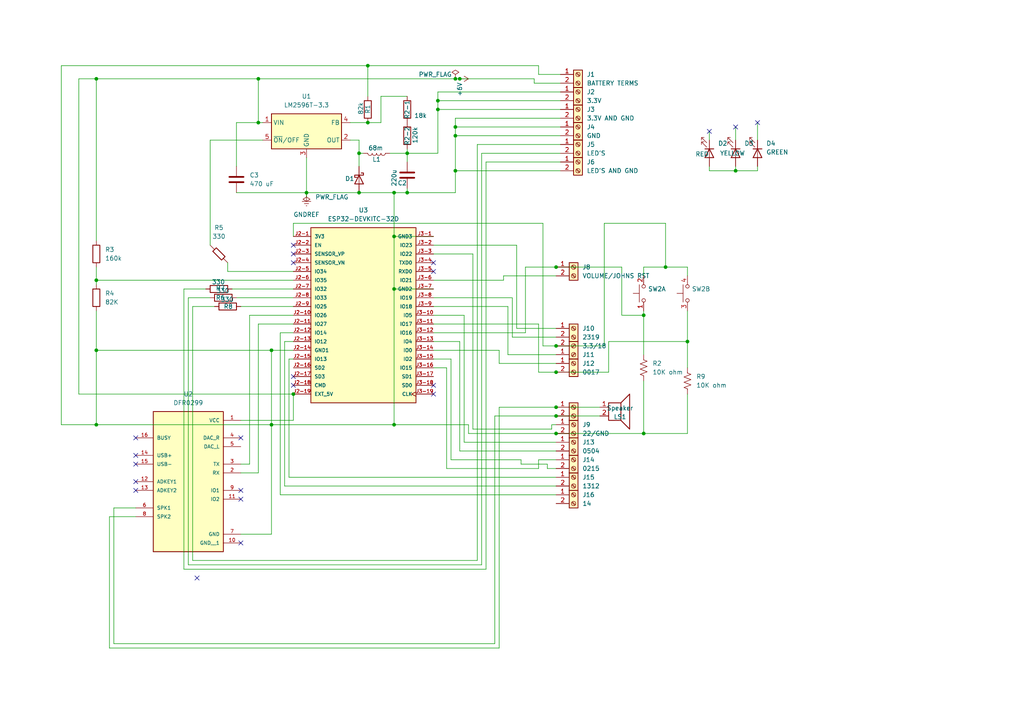
<source format=kicad_sch>
(kicad_sch (version 20231120) (generator "eeschema") (generator_version "8.0")
  (paper "A4")
  (lib_symbols
    (symbol "Connector:Screw_Terminal_01x02" (pin_names (offset 1.016) hide)
      (property "Reference" "J" (at 0 2.54 0))
      (property "Value" "Screw_Terminal_01x02" (at 0 -5.08 0))
      (symbol "Screw_Terminal_01x02_1_1"
        (rectangle (start -1.27 1.27) (end 1.27 -3.81) (stroke (width 0.254)) (fill (type background)))
        (circle (center 0 -2.54) (radius 0.635) (stroke (width 0.1524)))
        (polyline (pts (xy -0.5334 -2.2098) (xy 0.3302 -3.048)) (stroke (width 0.1524)))
        (polyline (pts (xy -0.5334 0.3302) (xy 0.3302 -0.508)) (stroke (width 0.1524)))
        (polyline (pts (xy -0.3556 -2.032) (xy 0.508 -2.8702)) (stroke (width 0.1524)))
        (polyline (pts (xy -0.3556 0.508) (xy 0.508 -0.3302)) (stroke (width 0.1524)))
        (circle (center 0 0) (radius 0.635) (stroke (width 0.1524)))
        (pin passive line (at -5.08 0 0) (length 3.81) (name "Pin_1") (number "1"))
        (pin passive line (at -5.08 -2.54 0) (length 3.81) (name "Pin_2") (number "2"))
      )
    )
    (symbol "DFR0299:DFR0299" (pin_names (offset 1.016))
      (property "Reference" "U" (at -10.16 18.542 0))
      (property "Value" "DFR0299" (at -10.16 -25.4 0))
      (symbol "DFR0299_0_0"
        (rectangle (start -10.16 -22.86) (end 10.16 17.78) (stroke (width 0.254)) (fill (type background)))
        (pin power_in line (at 15.24 15.24 180) (length 5.08) (name "VCC") (number "1"))
        (pin power_in line (at 15.24 -20.32 180) (length 5.08) (name "GND__1") (number "10"))
        (pin bidirectional line (at 15.24 -7.62 180) (length 5.08) (name "IO2") (number "11"))
        (pin input line (at -15.24 -2.54 0) (length 5.08) (name "ADKEY1") (number "12"))
        (pin input line (at -15.24 -5.08 0) (length 5.08) (name "ADKEY2") (number "13"))
        (pin input line (at -15.24 5.08 0) (length 5.08) (name "USB+") (number "14"))
        (pin input line (at -15.24 2.54 0) (length 5.08) (name "USB-") (number "15"))
        (pin input line (at -15.24 10.16 0) (length 5.08) (name "BUSY") (number "16"))
        (pin input line (at 15.24 0 180) (length 5.08) (name "RX") (number "2"))
        (pin output line (at 15.24 2.54 180) (length 5.08) (name "TX") (number "3"))
        (pin output line (at 15.24 10.16 180) (length 5.08) (name "DAC_R") (number "4"))
        (pin output line (at 15.24 7.62 180) (length 5.08) (name "DAC_L") (number "5"))
        (pin passive line (at -15.24 -10.16 0) (length 5.08) (name "SPK1") (number "6"))
        (pin power_in line (at 15.24 -17.78 180) (length 5.08) (name "GND") (number "7"))
        (pin passive line (at -15.24 -12.7 0) (length 5.08) (name "SPK2") (number "8"))
        (pin bidirectional line (at 15.24 -5.08 180) (length 5.08) (name "IO1") (number "9"))
      )
    )
    (symbol "Device:C" (pin_numbers hide) (pin_names (offset 0.254))
      (property "Reference" "C" (at 0.635 2.54 0))
      (property "Value" "C" (at 0.635 -2.54 0))
      (symbol "C_0_1"
        (polyline (pts (xy -2.032 -0.762) (xy 2.032 -0.762)) (stroke (width 0.508)))
        (polyline (pts (xy -2.032 0.762) (xy 2.032 0.762)) (stroke (width 0.508)))
      )
      (symbol "C_1_1"
        (pin passive line (at 0 3.81 270) (length 2.794) (name "~") (number "1"))
        (pin passive line (at 0 -3.81 90) (length 2.794) (name "~") (number "2"))
      )
    )
    (symbol "Device:D_Schottky" (pin_numbers hide) (pin_names (offset 1.016) hide)
      (property "Reference" "D" (at 0 2.54 0))
      (property "Value" "D_Schottky" (at 0 -2.54 0))
      (symbol "D_Schottky_0_1"
        (polyline (pts (xy 1.27 0) (xy -1.27 0)))
        (polyline (pts (xy 1.27 1.27) (xy 1.27 -1.27) (xy -1.27 0) (xy 1.27 1.27)) (stroke (width 0.254)))
        (polyline (pts (xy -1.905 0.635) (xy -1.905 1.27) (xy -1.27 1.27) (xy -1.27 -1.27) (xy -0.635 -1.27) (xy -0.635 -0.635)) (stroke (width 0.254)))
      )
      (symbol "D_Schottky_1_1"
        (pin passive line (at -3.81 0 0) (length 2.54) (name "K") (number "1"))
        (pin passive line (at 3.81 0 180) (length 2.54) (name "A") (number "2"))
      )
    )
    (symbol "Device:L" (pin_numbers hide) (pin_names (offset 1.016) hide)
      (property "Reference" "L" (at -1.27 0 90))
      (property "Value" "L" (at 1.905 0 90))
      (symbol "L_0_1"
        (arc (start 0 -2.54) (mid 0.6323 -1.905) (end 0 -1.27))
        (arc (start 0 -1.27) (mid 0.6323 -0.635) (end 0 0))
        (arc (start 0 0) (mid 0.6323 0.635) (end 0 1.27))
        (arc (start 0 1.27) (mid 0.6323 1.905) (end 0 2.54))
      )
      (symbol "L_1_1"
        (pin passive line (at 0 3.81 270) (length 1.27) (name "1") (number "1"))
        (pin passive line (at 0 -3.81 90) (length 1.27) (name "2") (number "2"))
      )
    )
    (symbol "Device:LED" (pin_numbers hide) (pin_names (offset 1.016) hide)
      (property "Reference" "D" (at 0 2.54 0))
      (property "Value" "LED" (at 0 -2.54 0))
      (symbol "LED_0_1"
        (polyline (pts (xy -1.27 -1.27) (xy -1.27 1.27)) (stroke (width 0.254)))
        (polyline (pts (xy -1.27 0) (xy 1.27 0)))
        (polyline (pts (xy 1.27 -1.27) (xy 1.27 1.27) (xy -1.27 0) (xy 1.27 -1.27)) (stroke (width 0.254)))
        (polyline (pts (xy -3.048 -0.762) (xy -4.572 -2.286) (xy -3.81 -2.286) (xy -4.572 -2.286) (xy -4.572 -1.524)))
        (polyline (pts (xy -1.778 -0.762) (xy -3.302 -2.286) (xy -2.54 -2.286) (xy -3.302 -2.286) (xy -3.302 -1.524)))
      )
      (symbol "LED_1_1"
        (pin passive line (at -3.81 0 0) (length 2.54) (name "K") (number "1"))
        (pin passive line (at 3.81 0 180) (length 2.54) (name "A") (number "2"))
      )
    )
    (symbol "Device:R" (pin_numbers hide) (pin_names (offset 0))
      (property "Reference" "R" (at 2.032 0 90))
      (property "Value" "R" (at 0 0 90))
      (symbol "R_0_1"
        (rectangle (start -1.016 -2.54) (end 1.016 2.54) (stroke (width 0.254)))
      )
      (symbol "R_1_1"
        (pin passive line (at 0 3.81 270) (length 1.27) (name "~") (number "1"))
        (pin passive line (at 0 -3.81 90) (length 1.27) (name "~") (number "2"))
      )
    )
    (symbol "Device:R_45deg" (pin_numbers hide) (pin_names (offset 0))
      (property "Reference" "R" (at 5.08 2.54 0))
      (property "Value" "R_45deg" (at 8.255 0.635 0))
      (symbol "R_45deg_0_1"
        (polyline (pts (xy -2.54 2.54) (xy -1.27 1.27)))
        (polyline (pts (xy 1.27 -1.27) (xy 2.54 -2.54)))
      )
      (symbol "R_45deg_1_1"
        (polyline (pts (xy -1.778 0.762) (xy 0.762 -1.778) (xy 1.778 -0.762) (xy -0.762 1.778) (xy -1.778 0.762)) (stroke (width 0.254)))
        (pin passive line (at -2.54 2.54 0) (length 0) (name "~") (number "1"))
        (pin passive line (at 2.54 -2.54 180) (length 0) (name "~") (number "2"))
      )
    )
    (symbol "Device:R_US" (pin_numbers hide) (pin_names (offset 0))
      (property "Reference" "R" (at 2.54 0 90))
      (property "Value" "R_US" (at -2.54 0 90))
      (symbol "R_US_0_1"
        (polyline (pts (xy 0 -2.286) (xy 0 -2.54)))
        (polyline (pts (xy 0 2.286) (xy 0 2.54)))
        (polyline (pts (xy 0 -0.762) (xy 1.016 -1.143) (xy 0 -1.524) (xy -1.016 -1.905) (xy 0 -2.286)))
        (polyline (pts (xy 0 0.762) (xy 1.016 0.381) (xy 0 0) (xy -1.016 -0.381) (xy 0 -0.762)))
        (polyline (pts (xy 0 2.286) (xy 1.016 1.905) (xy 0 1.524) (xy -1.016 1.143) (xy 0 0.762)))
      )
      (symbol "R_US_1_1"
        (pin passive line (at 0 3.81 270) (length 1.27) (name "~") (number "1"))
        (pin passive line (at 0 -3.81 90) (length 1.27) (name "~") (number "2"))
      )
    )
    (symbol "Device:Speaker" (pin_names (offset 0) hide)
      (property "Reference" "LS" (at 1.27 5.715 0))
      (property "Value" "Speaker" (at 1.27 3.81 0))
      (symbol "Speaker_0_0"
        (rectangle (start -2.54 1.27) (end 1.016 -3.81) (stroke (width 0.254)))
        (polyline (pts (xy 1.016 1.27) (xy 3.556 3.81) (xy 3.556 -6.35) (xy 1.016 -3.81)) (stroke (width 0.254)))
      )
      (symbol "Speaker_1_1"
        (pin input line (at -5.08 0 0) (length 2.54) (name "1") (number "1"))
        (pin input line (at -5.08 -2.54 0) (length 2.54) (name "2") (number "2"))
      )
    )
    (symbol "ESP32-DEVKITC-32D_1" (pin_names (offset 1.016))
      (property "Reference" "U" (at -15.2572 26.0643 0))
      (property "Value" "ESP32-DEVKITC-32D" (at -15.2563 -27.9698 0))
      (symbol "ESP32-DEVKITC-32D_1_0_0"
        (rectangle (start -15.24 -25.4) (end 15.24 25.4) (stroke (width 0.254)) (fill (type background)))
        (pin power_in line (at -20.32 22.86 0) (length 5.08) (name "3V3") (number "J2-1"))
        (pin bidirectional line (at -20.32 0 0) (length 5.08) (name "IO26") (number "J2-10"))
        (pin bidirectional line (at -20.32 -2.54 0) (length 5.08) (name "IO27") (number "J2-11"))
        (pin bidirectional line (at -20.32 -5.08 0) (length 5.08) (name "IO14") (number "J2-12"))
        (pin bidirectional line (at -20.32 -7.62 0) (length 5.08) (name "IO12") (number "J2-13"))
        (pin power_in line (at -20.32 -10.16 0) (length 5.08) (name "GND1") (number "J2-14"))
        (pin bidirectional line (at -20.32 -12.7 0) (length 5.08) (name "IO13") (number "J2-15"))
        (pin bidirectional line (at -20.32 -15.24 0) (length 5.08) (name "SD2") (number "J2-16"))
        (pin bidirectional line (at -20.32 -17.78 0) (length 5.08) (name "SD3") (number "J2-17"))
        (pin bidirectional line (at -20.32 -20.32 0) (length 5.08) (name "CMD") (number "J2-18"))
        (pin power_in line (at -20.32 -22.86 0) (length 5.08) (name "EXT_5V") (number "J2-19"))
        (pin input line (at -20.32 20.32 0) (length 5.08) (name "EN") (number "J2-2"))
        (pin input line (at -20.32 17.78 0) (length 5.08) (name "SENSOR_VP") (number "J2-3"))
        (pin input line (at -20.32 15.24 0) (length 5.08) (name "SENSOR_VN") (number "J2-4"))
        (pin bidirectional line (at -20.32 12.7 0) (length 5.08) (name "IO34") (number "J2-5"))
        (pin bidirectional line (at -20.32 10.16 0) (length 5.08) (name "IO35") (number "J2-6"))
        (pin bidirectional line (at -20.32 7.62 0) (length 5.08) (name "IO32") (number "J2-7"))
        (pin bidirectional line (at -20.32 5.08 0) (length 5.08) (name "IO33") (number "J2-8"))
        (pin bidirectional line (at -20.32 2.54 0) (length 5.08) (name "IO25") (number "J2-9"))
        (pin power_in line (at 20.32 22.86 180) (length 5.08) (name "GND3") (number "J3-1"))
        (pin bidirectional line (at 20.32 0 180) (length 5.08) (name "IO5") (number "J3-10"))
        (pin bidirectional line (at 20.32 -2.54 180) (length 5.08) (name "IO17") (number "J3-11"))
        (pin bidirectional line (at 20.32 -5.08 180) (length 5.08) (name "IO16") (number "J3-12"))
        (pin bidirectional line (at 20.32 -7.62 180) (length 5.08) (name "IO4") (number "J3-13"))
        (pin bidirectional line (at 20.32 -10.16 180) (length 5.08) (name "IO0") (number "J3-14"))
        (pin bidirectional line (at 20.32 -12.7 180) (length 5.08) (name "IO2") (number "J3-15"))
        (pin bidirectional line (at 20.32 -15.24 180) (length 5.08) (name "IO15") (number "J3-16"))
        (pin bidirectional line (at 20.32 -17.78 180) (length 5.08) (name "SD1") (number "J3-17"))
        (pin bidirectional line (at 20.32 -20.32 180) (length 5.08) (name "SD0") (number "J3-18"))
        (pin input clock (at 20.32 -22.86 180) (length 5.08) (name "CLK") (number "J3-19"))
        (pin bidirectional line (at 20.32 20.32 180) (length 5.08) (name "IO23") (number "J3-2"))
        (pin bidirectional line (at 20.32 17.78 180) (length 5.08) (name "IO22") (number "J3-3"))
        (pin output line (at 20.32 15.24 180) (length 5.08) (name "TXD0") (number "J3-4"))
        (pin input line (at 20.32 12.7 180) (length 5.08) (name "RXD0") (number "J3-5"))
        (pin bidirectional line (at 20.32 10.16 180) (length 5.08) (name "IO21") (number "J3-6"))
        (pin power_in line (at 20.32 7.62 180) (length 5.08) (name "GND2") (number "J3-7"))
        (pin bidirectional line (at 20.32 5.08 180) (length 5.08) (name "IO19") (number "J3-8"))
        (pin bidirectional line (at 20.32 2.54 180) (length 5.08) (name "IO18") (number "J3-9"))
      )
    )
    (symbol "Regulator_Switching:LM2596T-3.3"
      (property "Reference" "U" (at -10.16 6.35 0))
      (property "Value" "LM2596T-3.3" (at 0 6.35 0))
      (symbol "LM2596T-3.3_0_1"
        (rectangle (start -10.16 5.08) (end 10.16 -5.08) (stroke (width 0.254)) (fill (type background)))
      )
      (symbol "LM2596T-3.3_1_1"
        (pin power_in line (at -12.7 2.54 0) (length 2.54) (name "VIN") (number "1"))
        (pin output line (at 12.7 -2.54 180) (length 2.54) (name "OUT") (number "2"))
        (pin power_in line (at 0 -7.62 90) (length 2.54) (name "GND") (number "3"))
        (pin input line (at 12.7 2.54 180) (length 2.54) (name "FB") (number "4"))
        (pin input line (at -12.7 -2.54 0) (length 2.54) (name "~{ON}/OFF") (number "5"))
      )
    )
    (symbol "Switch:SW_Push_Dual_x2" (pin_names (offset 1.016) hide)
      (property "Reference" "SW" (at 1.27 2.54 0))
      (property "Value" "SW_Push_Dual_x2" (at 0 -1.524 0))
      (symbol "SW_Push_Dual_x2_0_1"
        (circle (center -2.032 0) (radius 0.508))
        (polyline (pts (xy 0 1.27) (xy 0 3.048)))
        (polyline (pts (xy 2.54 1.27) (xy -2.54 1.27)))
        (circle (center 2.032 0) (radius 0.508))
      )
      (symbol "SW_Push_Dual_x2_1_1"
        (pin passive line (at -5.08 0 0) (length 2.54) (name "C") (number "1"))
        (pin passive line (at 5.08 0 180) (length 2.54) (name "D") (number "2"))
      )
      (symbol "SW_Push_Dual_x2_2_1"
        (pin passive line (at -5.08 0 0) (length 2.54) (name "C") (number "3"))
        (pin passive line (at 5.08 0 180) (length 2.54) (name "D") (number "4"))
      )
    )
    (symbol "power:+6V" (power) (pin_numbers hide) (pin_names (offset 0) hide)
      (property "Value" "+6V" (at 0 3.556 0))
      (symbol "+6V_0_1"
        (polyline (pts (xy -0.762 1.27) (xy 0 2.54)))
        (polyline (pts (xy 0 0) (xy 0 2.54)))
        (polyline (pts (xy 0 2.54) (xy 0.762 1.27)))
      )
      (symbol "+6V_1_1"
        (pin power_in line (at 0 0 90) (length 0) (name "~") (number "1"))
      )
    )
    (symbol "power:GNDREF" (power) (pin_numbers hide) (pin_names (offset 0) hide)
      (property "Value" "GNDREF" (at 0 -3.81 0))
      (symbol "GNDREF_0_1"
        (polyline (pts (xy -0.635 -1.905) (xy 0.635 -1.905)))
        (polyline (pts (xy -0.127 -2.54) (xy 0.127 -2.54)))
        (polyline (pts (xy 0 -1.27) (xy 0 0)))
        (polyline (pts (xy 1.27 -1.27) (xy -1.27 -1.27)))
      )
      (symbol "GNDREF_1_1"
        (pin power_in line (at 0 0 270) (length 0) (name "~") (number "1"))
      )
    )
    (symbol "power:PWR_FLAG" (power) (pin_numbers hide) (pin_names (offset 0) hide)
      (property "Value" "PWR_FLAG" (at 0 3.81 0))
      (symbol "PWR_FLAG_0_0"
        (pin power_out line (at 0 0 90) (length 0) (name "~") (number "1"))
      )
      (symbol "PWR_FLAG_0_1"
        (polyline (pts (xy 0 0) (xy 0 1.27) (xy -1.016 1.905) (xy 0 2.54) (xy 1.016 1.905) (xy 0 1.27)))
      )
    )
  )
  (junction (at 88.9 55.88))
  (junction (at 132.08 49.53))
  (junction (at 74.93 22.86))
  (junction (at 132.08 22.86))
  (junction (at 186.69 91.44))
  (junction (at 161.29 77.47))
  (junction (at 132.08 36.83))
  (junction (at 193.04 77.47))
  (junction (at 27.94 123.19))
  (junction (at 213.36 49.53))
  (junction (at 114.3 68.58))
  (junction (at 161.29 107.95))
  (junction (at 106.68 19.05))
  (junction (at 161.29 118.11))
  (junction (at 127 31.75))
  (junction (at 118.11 55.88))
  (junction (at 27.94 22.86))
  (junction (at 85.09 114.3))
  (junction (at 114.3 55.88))
  (junction (at 114.3 123.19))
  (junction (at 161.29 100.33))
  (junction (at 78.74 123.19))
  (junction (at 27.94 101.6))
  (junction (at 27.94 81.28))
  (junction (at 127 29.21))
  (junction (at 104.14 55.88))
  (junction (at 199.39 99.06))
  (junction (at 78.74 101.6))
  (junction (at 104.14 44.45))
  (junction (at 106.68 35.56))
  (junction (at 133.35 22.86))
  (junction (at 114.3 83.82))
  (junction (at 161.29 120.65))
  (junction (at 132.08 39.37))
  (junction (at 161.29 125.73))
  (junction (at 118.11 44.45))
  (junction (at 74.93 35.56))
  (junction (at 186.69 125.73))
  (no_connect (at 69.85 127))
  (no_connect (at 125.73 111.76))
  (no_connect (at 85.09 76.2))
  (no_connect (at 219.71 35.56))
  (no_connect (at 39.37 132.08))
  (no_connect (at 85.09 111.76))
  (no_connect (at 125.73 76.2))
  (no_connect (at 85.09 73.66))
  (no_connect (at 39.37 142.24))
  (no_connect (at 57.15 167.64))
  (no_connect (at 205.74 38.1))
  (no_connect (at 39.37 127))
  (no_connect (at 85.09 71.12))
  (no_connect (at 69.85 144.78))
  (no_connect (at 213.36 36.83))
  (no_connect (at 69.85 142.24))
  (no_connect (at 85.09 109.22))
  (no_connect (at 39.37 134.62))
  (no_connect (at 69.85 157.48))
  (no_connect (at 39.37 139.7))
  (no_connect (at 125.73 78.74))
  (no_connect (at 125.73 114.3))
  (wire (pts (xy 175.26 100.33) (xy 175.26 64.77)))
  (wire (pts (xy 176.53 107.95) (xy 161.29 107.95)))
  (wire (pts (xy 186.69 110.49) (xy 186.69 125.73)))
  (wire (pts (xy 27.94 22.86) (xy 27.94 69.85)))
  (wire (pts (xy 132.08 36.83) (xy 162.56 36.83)))
  (wire (pts (xy 33.02 186.69) (xy 143.51 186.69)))
  (wire (pts (xy 85.09 121.92) (xy 85.09 114.3)))
  (wire (pts (xy 114.3 55.88) (xy 118.11 55.88)))
  (wire (pts (xy 82.55 99.06) (xy 85.09 99.06)))
  (wire (pts (xy 132.08 39.37) (xy 162.56 39.37)))
  (wire (pts (xy 31.75 149.86) (xy 31.75 187.96)))
  (wire (pts (xy 69.85 134.62) (xy 72.39 134.62)))
  (wire (pts (xy 147.32 102.87) (xy 161.29 102.87)))
  (wire (pts (xy 140.97 46.99) (xy 162.56 46.99)))
  (wire (pts (xy 33.02 147.32) (xy 33.02 186.69)))
  (wire (pts (xy 186.69 77.47) (xy 193.04 77.47)))
  (wire (pts (xy 148.59 97.79) (xy 161.29 97.79)))
  (wire (pts (xy 55.88 88.9) (xy 62.23 88.9)))
  (wire (pts (xy 69.85 137.16) (xy 74.93 137.16)))
  (wire (pts (xy 154.94 22.86) (xy 154.94 24.13)))
  (wire (pts (xy 110.49 27.94) (xy 110.49 35.56)))
  (wire (pts (xy 27.94 22.86) (xy 74.93 22.86)))
  (wire (pts (xy 132.08 36.83) (xy 132.08 39.37)))
  (wire (pts (xy 143.51 120.65) (xy 143.51 186.69)))
  (wire (pts (xy 114.3 55.88) (xy 114.3 68.58)))
  (wire (pts (xy 146.05 81.28) (xy 146.05 80.01)))
  (wire (pts (xy 148.59 86.36) (xy 148.59 97.79)))
  (wire (pts (xy 138.43 162.56) (xy 55.88 162.56)))
  (wire (pts (xy 114.3 68.58) (xy 114.3 83.82)))
  (wire (pts (xy 144.78 101.6) (xy 144.78 105.41)))
  (wire (pts (xy 17.78 19.05) (xy 17.78 123.19)))
  (wire (pts (xy 199.39 114.3) (xy 199.39 125.73)))
  (wire (pts (xy 135.89 123.19) (xy 135.89 125.73)))
  (wire (pts (xy 132.08 34.29) (xy 132.08 36.83)))
  (wire (pts (xy 161.29 100.33) (xy 175.26 100.33)))
  (wire (pts (xy 114.3 83.82) (xy 125.73 83.82)))
  (wire (pts (xy 31.75 187.96) (xy 144.78 187.96)))
  (wire (pts (xy 129.54 106.68) (xy 125.73 106.68)))
  (wire (pts (xy 132.08 49.53) (xy 132.08 55.88)))
  (wire (pts (xy 205.74 38.1) (xy 205.74 40.64)))
  (wire (pts (xy 74.93 22.86) (xy 74.93 35.56)))
  (wire (pts (xy 82.55 99.06) (xy 82.55 140.97)))
  (wire (pts (xy 160.02 123.19) (xy 161.29 123.19)))
  (wire (pts (xy 139.7 44.45) (xy 162.56 44.45)))
  (wire (pts (xy 156.21 135.89) (xy 156.21 133.35)))
  (wire (pts (xy 129.54 135.89) (xy 156.21 135.89)))
  (wire (pts (xy 161.29 125.73) (xy 186.69 125.73)))
  (wire (pts (xy 162.56 26.67) (xy 127 26.67)))
  (wire (pts (xy 53.34 83.82) (xy 53.34 165.1)))
  (wire (pts (xy 114.3 123.19) (xy 135.89 123.19)))
  (wire (pts (xy 186.69 125.73) (xy 199.39 125.73)))
  (wire (pts (xy 22.86 22.86) (xy 22.86 114.3)))
  (wire (pts (xy 132.08 49.53) (xy 162.56 49.53)))
  (wire (pts (xy 106.68 19.05) (xy 156.21 19.05)))
  (wire (pts (xy 68.58 86.36) (xy 85.09 86.36)))
  (wire (pts (xy 81.28 96.52) (xy 85.09 96.52)))
  (wire (pts (xy 54.61 86.36) (xy 54.61 163.83)))
  (wire (pts (xy 125.73 86.36) (xy 148.59 86.36)))
  (wire (pts (xy 140.97 46.99) (xy 140.97 165.1)))
  (wire (pts (xy 127 29.21) (xy 127 31.75)))
  (wire (pts (xy 88.9 55.88) (xy 104.14 55.88)))
  (wire (pts (xy 135.89 125.73) (xy 161.29 125.73)))
  (wire (pts (xy 152.4 77.47) (xy 152.4 96.52)))
  (wire (pts (xy 114.3 68.58) (xy 125.73 68.58)))
  (wire (pts (xy 176.53 99.06) (xy 199.39 99.06)))
  (wire (pts (xy 199.39 99.06) (xy 199.39 106.68)))
  (wire (pts (xy 213.36 36.83) (xy 213.36 40.64)))
  (wire (pts (xy 152.4 96.52) (xy 125.73 96.52)))
  (wire (pts (xy 60.96 40.64) (xy 76.2 40.64)))
  (wire (pts (xy 53.34 83.82) (xy 59.69 83.82)))
  (wire (pts (xy 161.29 120.65) (xy 173.99 120.65)))
  (wire (pts (xy 127 31.75) (xy 127 44.45)))
  (wire (pts (xy 69.85 88.9) (xy 85.09 88.9)))
  (wire (pts (xy 22.86 22.86) (xy 27.94 22.86)))
  (wire (pts (xy 81.28 143.51) (xy 161.29 143.51)))
  (wire (pts (xy 160.02 124.46) (xy 160.02 123.19)))
  (wire (pts (xy 85.09 64.77) (xy 157.48 64.77)))
  (wire (pts (xy 113.03 44.45) (xy 118.11 44.45)))
  (wire (pts (xy 157.48 100.33) (xy 161.29 100.33)))
  (wire (pts (xy 156.21 21.59) (xy 162.56 21.59)))
  (wire (pts (xy 27.94 77.47) (xy 27.94 81.28)))
  (wire (pts (xy 82.55 140.97) (xy 161.29 140.97)))
  (wire (pts (xy 219.71 48.26) (xy 219.71 49.53)))
  (wire (pts (xy 219.71 49.53) (xy 213.36 49.53)))
  (wire (pts (xy 146.05 80.01) (xy 161.29 80.01)))
  (wire (pts (xy 151.13 134.62) (xy 158.75 134.62)))
  (wire (pts (xy 74.93 93.98) (xy 85.09 93.98)))
  (wire (pts (xy 27.94 123.19) (xy 78.74 123.19)))
  (wire (pts (xy 149.86 71.12) (xy 149.86 95.25)))
  (wire (pts (xy 125.73 71.12) (xy 149.86 71.12)))
  (wire (pts (xy 54.61 86.36) (xy 60.96 86.36)))
  (wire (pts (xy 156.21 93.98) (xy 156.21 107.95)))
  (wire (pts (xy 213.36 49.53) (xy 205.74 49.53)))
  (wire (pts (xy 175.26 64.77) (xy 193.04 64.77)))
  (wire (pts (xy 186.69 91.44) (xy 186.69 102.87)))
  (wire (pts (xy 118.11 55.88) (xy 132.08 55.88)))
  (wire (pts (xy 118.11 46.99) (xy 118.11 44.45)))
  (wire (pts (xy 125.73 91.44) (xy 134.62 91.44)))
  (wire (pts (xy 39.37 147.32) (xy 33.02 147.32)))
  (wire (pts (xy 144.78 118.11) (xy 144.78 187.96)))
  (wire (pts (xy 137.16 124.46) (xy 160.02 124.46)))
  (wire (pts (xy 85.09 101.6) (xy 78.74 101.6)))
  (wire (pts (xy 104.14 40.64) (xy 101.6 40.64)))
  (wire (pts (xy 74.93 93.98) (xy 74.93 137.16)))
  (wire (pts (xy 78.74 154.94) (xy 78.74 123.19)))
  (wire (pts (xy 186.69 90.17) (xy 186.69 91.44)))
  (wire (pts (xy 104.14 40.64) (xy 104.14 44.45)))
  (wire (pts (xy 78.74 123.19) (xy 78.74 101.6)))
  (wire (pts (xy 133.35 22.86) (xy 154.94 22.86)))
  (wire (pts (xy 180.34 91.44) (xy 180.34 77.47)))
  (wire (pts (xy 199.39 90.17) (xy 199.39 99.06)))
  (wire (pts (xy 67.31 83.82) (xy 85.09 83.82)))
  (wire (pts (xy 88.9 45.72) (xy 88.9 55.88)))
  (wire (pts (xy 129.54 135.89) (xy 129.54 106.68)))
  (wire (pts (xy 161.29 107.95) (xy 156.21 107.95)))
  (wire (pts (xy 118.11 44.45) (xy 127 44.45)))
  (wire (pts (xy 104.14 55.88) (xy 114.3 55.88)))
  (wire (pts (xy 219.71 35.56) (xy 219.71 40.64)))
  (wire (pts (xy 133.35 130.81) (xy 133.35 99.06)))
  (wire (pts (xy 22.86 114.3) (xy 85.09 114.3)))
  (wire (pts (xy 149.86 95.25) (xy 161.29 95.25)))
  (wire (pts (xy 118.11 43.18) (xy 118.11 44.45)))
  (wire (pts (xy 158.75 135.89) (xy 161.29 135.89)))
  (wire (pts (xy 106.68 35.56) (xy 110.49 35.56)))
  (wire (pts (xy 125.73 88.9) (xy 147.32 88.9)))
  (wire (pts (xy 156.21 19.05) (xy 156.21 21.59)))
  (wire (pts (xy 138.43 41.91) (xy 138.43 162.56)))
  (wire (pts (xy 134.62 91.44) (xy 134.62 128.27)))
  (wire (pts (xy 27.94 101.6) (xy 27.94 123.19)))
  (wire (pts (xy 118.11 54.61) (xy 118.11 55.88)))
  (wire (pts (xy 60.96 71.12) (xy 60.96 40.64)))
  (wire (pts (xy 139.7 44.45) (xy 139.7 163.83)))
  (wire (pts (xy 156.21 133.35) (xy 161.29 133.35)))
  (wire (pts (xy 144.78 118.11) (xy 161.29 118.11)))
  (wire (pts (xy 186.69 80.01) (xy 186.69 77.47)))
  (wire (pts (xy 17.78 19.05) (xy 106.68 19.05)))
  (wire (pts (xy 127 26.67) (xy 127 29.21)))
  (wire (pts (xy 104.14 44.45) (xy 104.14 48.26)))
  (wire (pts (xy 68.58 55.88) (xy 88.9 55.88)))
  (wire (pts (xy 132.08 34.29) (xy 162.56 34.29)))
  (wire (pts (xy 138.43 41.91) (xy 162.56 41.91)))
  (wire (pts (xy 105.41 44.45) (xy 104.14 44.45)))
  (wire (pts (xy 127 29.21) (xy 162.56 29.21)))
  (wire (pts (xy 27.94 90.17) (xy 27.94 101.6)))
  (wire (pts (xy 125.73 99.06) (xy 133.35 99.06)))
  (wire (pts (xy 78.74 154.94) (xy 69.85 154.94)))
  (wire (pts (xy 66.04 78.74) (xy 66.04 76.2)))
  (wire (pts (xy 27.94 81.28) (xy 27.94 82.55)))
  (wire (pts (xy 133.35 22.86) (xy 132.08 22.86)))
  (wire (pts (xy 152.4 77.47) (xy 161.29 77.47)))
  (wire (pts (xy 53.34 165.1) (xy 140.97 165.1)))
  (wire (pts (xy 154.94 24.13) (xy 162.56 24.13)))
  (wire (pts (xy 125.73 93.98) (xy 156.21 93.98)))
  (wire (pts (xy 161.29 130.81) (xy 133.35 130.81)))
  (wire (pts (xy 85.09 121.92) (xy 69.85 121.92)))
  (wire (pts (xy 88.9 57.15) (xy 88.9 55.88)))
  (wire (pts (xy 76.2 35.56) (xy 74.93 35.56)))
  (wire (pts (xy 130.81 133.35) (xy 130.81 104.14)))
  (wire (pts (xy 114.3 83.82) (xy 114.3 123.19)))
  (wire (pts (xy 78.74 123.19) (xy 114.3 123.19)))
  (wire (pts (xy 193.04 64.77) (xy 193.04 77.47)))
  (wire (pts (xy 101.6 35.56) (xy 106.68 35.56)))
  (wire (pts (xy 205.74 49.53) (xy 205.74 48.26)))
  (wire (pts (xy 132.08 39.37) (xy 132.08 49.53)))
  (wire (pts (xy 68.58 35.56) (xy 74.93 35.56)))
  (wire (pts (xy 83.82 104.14) (xy 83.82 138.43)))
  (wire (pts (xy 55.88 88.9) (xy 55.88 162.56)))
  (wire (pts (xy 157.48 64.77) (xy 157.48 100.33)))
  (wire (pts (xy 158.75 134.62) (xy 158.75 135.89)))
  (wire (pts (xy 161.29 120.65) (xy 143.51 120.65)))
  (wire (pts (xy 31.75 149.86) (xy 39.37 149.86)))
  (wire (pts (xy 161.29 77.47) (xy 180.34 77.47)))
  (wire (pts (xy 74.93 22.86) (xy 132.08 22.86)))
  (wire (pts (xy 72.39 91.44) (xy 85.09 91.44)))
  (wire (pts (xy 110.49 27.94) (xy 118.11 27.94)))
  (wire (pts (xy 66.04 78.74) (xy 85.09 78.74)))
  (wire (pts (xy 81.28 143.51) (xy 81.28 96.52)))
  (wire (pts (xy 147.32 88.9) (xy 147.32 102.87)))
  (wire (pts (xy 213.36 48.26) (xy 213.36 49.53)))
  (wire (pts (xy 54.61 163.83) (xy 139.7 163.83)))
  (wire (pts (xy 199.39 77.47) (xy 199.39 80.01)))
  (wire (pts (xy 193.04 77.47) (xy 199.39 77.47)))
  (wire (pts (xy 127 31.75) (xy 162.56 31.75)))
  (wire (pts (xy 176.53 99.06) (xy 176.53 107.95)))
  (wire (pts (xy 27.94 81.28) (xy 85.09 81.28)))
  (wire (pts (xy 72.39 91.44) (xy 72.39 134.62)))
  (wire (pts (xy 144.78 105.41) (xy 161.29 105.41)))
  (wire (pts (xy 78.74 101.6) (xy 27.94 101.6)))
  (wire (pts (xy 125.73 81.28) (xy 146.05 81.28)))
  (wire (pts (xy 137.16 73.66) (xy 137.16 124.46)))
  (wire (pts (xy 125.73 73.66) (xy 137.16 73.66)))
  (wire (pts (xy 151.13 133.35) (xy 151.13 134.62)))
  (wire (pts (xy 125.73 101.6) (xy 144.78 101.6)))
  (wire (pts (xy 180.34 91.44) (xy 186.69 91.44)))
  (wire (pts (xy 106.68 19.05) (xy 106.68 27.94)))
  (wire (pts (xy 161.29 118.11) (xy 173.99 118.11)))
  (wire (pts (xy 130.81 133.35) (xy 151.13 133.35)))
  (wire (pts (xy 85.09 64.77) (xy 85.09 68.58)))
  (wire (pts (xy 17.78 123.19) (xy 27.94 123.19)))
  (wire (pts (xy 68.58 35.56) (xy 68.58 48.26)))
  (wire (pts (xy 134.62 128.27) (xy 161.29 128.27)))
  (wire (pts (xy 125.73 104.14) (xy 130.81 104.14)))
  (wire (pts (xy 83.82 138.43) (xy 161.29 138.43)))
  (wire (pts (xy 83.82 104.14) (xy 85.09 104.14)))
  (symbol (lib_id "Switch:SW_Push_Dual_x2") (at 186.69 85.09 90) (unit 1) (on_board no)
    (property "Reference" "SW2" (at 187.96 83.8199 90) (effects (justify right)))
    (property "Value" "SW_Push_Dual_x2" (effects (hide yes)))
    (property "Description" "Push button switch, generic, separate symbols, four pins" (effects (hide yes)))
  )
  (symbol (lib_id "Device:R_45deg") (at 63.5 73.66 0) (unit 1)
    (property "Reference" "R5" (at 63.5 66.04 0))
    (property "Value" "330" (at 63.5 68.58 0))
    (property "Footprint" "Resistor_THT:R_Axial_DIN0207_L6.3mm_D2.5mm_P7.62mm_Horizontal" (effects (hide yes)))
    (property "Description" "Resistor, rotated by 45°" (effects (hide yes)))
  )
  (symbol (lib_id "power:+6V") (at 133.35 22.86 270) (unit 1)
    (property "Reference" "#PWR01" (effects (hide yes)))
    (property "Value" "+6V" (at 133.35 25.908 0))
    (property "Description" "Power symbol creates a global label with name \"+6V\"" (effects (hide yes)))
  )
  (symbol (lib_id "Device:R_US") (at 186.69 106.68 0) (unit 1) (on_board no)
    (property "Reference" "R2" (at 189.23 105.4099 0) (effects (justify left)))
    (property "Value" "10K ohm" (at 189.23 107.9499 0) (effects (justify left)))
    (property "Description" "Resistor, US symbol" (effects (hide yes)))
  )
  (symbol (lib_id "Device:LED") (at 213.36 44.45 270) (unit 1)
    (property "Reference" "D3" (at 215.9 41.5924 90) (effects (justify left)))
    (property "Value" "YELLOW" (at 208.788 44.45 90) (effects (justify left)))
    (property "Footprint" "LED_THT:LED_D4.0mm" (effects (hide yes)))
    (property "Description" "Light emitting diode" (effects (hide yes)))
  )
  (symbol (lib_id "Switch:SW_Push_Dual_x2") (at 199.39 85.09 90) (unit 2) (on_board no)
    (property "Reference" "SW2" (at 200.66 83.8199 90) (effects (justify right)))
    (property "Value" "SW_Push_Dual_x2" (effects (hide yes)))
    (property "Description" "Push button switch, generic, separate symbols, four pins" (effects (hide yes)))
  )
  (symbol (lib_id "Device:R") (at 118.11 31.75 0) (unit 1)
    (property "Reference" "R2-1" (at 118.11 34.544 90) (effects (justify left)))
    (property "Value" "18k" (at 120.142 33.528 0) (effects (justify left)))
    (property "Footprint" "Resistor_THT:R_Axial_DIN0207_L6.3mm_D2.5mm_P7.62mm_Horizontal" (effects (hide yes)))
    (property "Description" "Resistor" (effects (hide yes)))
    (property "Sim.Device" "R" (effects (hide yes)))
    (property "Sim.Pins" "1=+ 2=-" (effects (hide yes)))
  )
  (symbol (lib_id "Device:Speaker") (at 179.07 118.11 0) (unit 1) (on_board no)
    (property "Reference" "LS1" (at 179.832 120.904 0))
    (property "Value" "Speaker" (at 179.832 118.364 0))
    (property "Description" "Speaker" (effects (hide yes)))
  )
  (symbol (lib_id "Connector:Screw_Terminal_01x02") (at 167.64 41.91 0) (unit 1)
    (property "Reference" "J5" (at 170.18 41.9099 0) (effects (justify left)))
    (property "Value" "LED'S" (at 170.18 44.4499 0) (effects (justify left)))
    (property "Footprint" "TerminalBlock_4Ucon:TerminalBlock_4Ucon_1x02_P3.50mm_Vertical" (effects (hide yes)))
    (property "Description" "Generic screw terminal, single row, 01x02, script generated (kicad-library-utils/schlib/autogen/connector/)" (effects (hide yes)))
  )
  (symbol (lib_id "Device:LED") (at 205.74 44.45 270) (unit 1)
    (property "Reference" "D2" (at 208.28 41.5924 90) (effects (justify left)))
    (property "Value" "RED" (at 201.676 44.704 90) (effects (justify left)))
    (property "Footprint" "LED_THT:LED_D4.0mm" (effects (hide yes)))
    (property "Description" "Light emitting diode" (effects (hide yes)))
  )
  (symbol (lib_id "Connector:Screw_Terminal_01x02") (at 166.37 128.27 0) (unit 1)
    (property "Reference" "J13" (at 168.91 128.2699 0) (effects (justify left)))
    (property "Value" "0504" (at 168.91 130.8099 0) (effects (justify left)))
    (property "Footprint" "TerminalBlock_4Ucon:TerminalBlock_4Ucon_1x02_P3.50mm_Vertical" (effects (hide yes)))
    (property "Description" "Generic screw terminal, single row, 01x02, script generated (kicad-library-utils/schlib/autogen/connector/)" (effects (hide yes)))
  )
  (symbol (lib_id "Connector:Screw_Terminal_01x02") (at 166.37 105.41 0) (unit 1)
    (property "Reference" "J12" (at 168.91 105.4099 0) (effects (justify left)))
    (property "Value" "0017" (at 168.91 107.9499 0) (effects (justify left)))
    (property "Footprint" "TerminalBlock_4Ucon:TerminalBlock_4Ucon_1x02_P3.50mm_Vertical" (effects (hide yes)))
    (property "Description" "Generic screw terminal, single row, 01x02, script generated (kicad-library-utils/schlib/autogen/connector/)" (effects (hide yes)))
  )
  (symbol (lib_id "Connector:Screw_Terminal_01x02") (at 166.37 95.25 0) (unit 1)
    (property "Reference" "J10" (at 168.91 95.2499 0) (effects (justify left)))
    (property "Value" "2319" (at 168.91 97.7899 0) (effects (justify left)))
    (property "Footprint" "TerminalBlock_4Ucon:TerminalBlock_4Ucon_1x02_P3.50mm_Vertical" (effects (hide yes)))
    (property "Description" "Generic screw terminal, single row, 01x02, script generated (kicad-library-utils/schlib/autogen/connector/)" (effects (hide yes)))
  )
  (symbol (lib_id "Connector:Screw_Terminal_01x02") (at 167.64 21.59 0) (unit 1)
    (property "Reference" "J1" (at 170.18 21.5899 0) (effects (justify left)))
    (property "Value" "BATTERY TERMS" (at 170.18 24.1299 0) (effects (justify left)))
    (property "Footprint" "TerminalBlock_4Ucon:TerminalBlock_4Ucon_1x02_P3.50mm_Vertical" (effects (hide yes)))
    (property "Description" "Generic screw terminal, single row, 01x02, script generated (kicad-library-utils/schlib/autogen/connector/)" (effects (hide yes)))
  )
  (symbol (lib_id "Connector:Screw_Terminal_01x02") (at 166.37 123.19 0) (unit 1)
    (property "Reference" "J9" (at 168.91 123.1899 0) (effects (justify left)))
    (property "Value" "22/GND" (at 168.91 125.7299 0) (effects (justify left)))
    (property "Footprint" "TerminalBlock_4Ucon:TerminalBlock_4Ucon_1x02_P3.50mm_Vertical" (effects (hide yes)))
    (property "Description" "Generic screw terminal, single row, 01x02, script generated (kicad-library-utils/schlib/autogen/connector/)" (effects (hide yes)))
  )
  (symbol (lib_id "Connector:Screw_Terminal_01x02") (at 166.37 118.11 0) (unit 1)
    (property "Reference" "J7" (effects (hide yes)))
    (property "Value" "SPEAKER" (effects (hide yes)))
    (property "Footprint" "TerminalBlock_4Ucon:TerminalBlock_4Ucon_1x02_P3.50mm_Vertical" (effects (hide yes)))
    (property "Description" "Generic screw terminal, single row, 01x02, script generated (kicad-library-utils/schlib/autogen/connector/)" (effects (hide yes)))
  )
  (symbol (lib_id "Device:R_US") (at 199.39 110.49 0) (unit 1) (on_board no)
    (property "Reference" "R9" (at 201.93 109.2199 0) (effects (justify left)))
    (property "Value" "10K ohm" (at 201.93 111.7599 0) (effects (justify left)))
    (property "Description" "Resistor, US symbol" (effects (hide yes)))
  )
  (symbol (lib_id "Device:C") (at 68.58 52.07 0) (unit 1)
    (property "Reference" "C3" (at 72.39 50.7999 0) (effects (justify left)))
    (property "Value" "470 uF" (at 72.39 53.3399 0) (effects (justify left)))
    (property "Footprint" "Capacitor_THT:CP_Radial_D10.0mm_P5.00mm" (effects (hide yes)))
    (property "Description" "Unpolarized capacitor" (effects (hide yes)))
  )
  (symbol (lib_id "Connector:Screw_Terminal_01x02") (at 167.64 26.67 0) (unit 1)
    (property "Reference" "J2" (at 170.18 26.6699 0) (effects (justify left)))
    (property "Value" "3.3V" (at 170.18 29.2099 0) (effects (justify left)))
    (property "Footprint" "TerminalBlock_4Ucon:TerminalBlock_4Ucon_1x02_P3.50mm_Vertical" (effects (hide yes)))
    (property "Description" "Generic screw terminal, single row, 01x02, script generated (kicad-library-utils/schlib/autogen/connector/)" (effects (hide yes)))
  )
  (symbol (lib_id "Device:R") (at 66.04 88.9 90) (unit 1)
    (property "Reference" "R8" (at 67.564 88.9 90) (effects (justify left)))
    (property "Value" "330" (at 67.818 86.868 90) (effects (justify left)))
    (property "Footprint" "Resistor_THT:R_Axial_DIN0207_L6.3mm_D2.5mm_P7.62mm_Horizontal" (effects (hide yes)))
    (property "Description" "Resistor" (effects (hide yes)))
  )
  (symbol (lib_id "DFR0299:DFR0299") (at 54.61 137.16 0) (unit 1)
    (property "Reference" "U2" (at 54.61 114.3 0))
    (property "Value" "DFR0299" (at 54.61 116.84 0))
    (property "Footprint" "DFR0299:DFR0299" (effects (hide yes)))
    (property "MF" "DFRobot" (effects (hide yes)))
    (property "DESCRIPTION" "Dfplayer - a Mini Mp3 Player" (effects (hide yes)))
    (property "PACKAGE" "None" (effects (hide yes)))
    (property "PRICE" "None" (effects (hide yes)))
    (property "MP" "DFR0299" (effects (hide yes)))
    (property "AVAILABILITY" "Unavailable" (effects (hide yes)))
  )
  (symbol (lib_id "Device:R") (at 118.11 39.37 0) (unit 1)
    (property "Reference" "R2-2" (at 118.11 42.164 90) (effects (justify left)))
    (property "Value" "120k" (at 120.396 41.656 90) (effects (justify left)))
    (property "Footprint" "Resistor_THT:R_Axial_DIN0207_L6.3mm_D2.5mm_P7.62mm_Horizontal" (effects (hide yes)))
    (property "Description" "Resistor" (effects (hide yes)))
  )
  (symbol (lib_id "Device:R") (at 27.94 86.36 0) (unit 1)
    (property "Reference" "R4" (at 30.48 85.0899 0) (effects (justify left)))
    (property "Value" "82K" (at 30.48 87.6299 0) (effects (justify left)))
    (property "Footprint" "Resistor_THT:R_Axial_DIN0207_L6.3mm_D2.5mm_P7.62mm_Horizontal" (effects (hide yes)))
    (property "Description" "Resistor" (effects (hide yes)))
  )
  (symbol (lib_id "Device:R") (at 64.77 86.36 90) (unit 1)
    (property "Reference" "R6" (at 65.278 86.36 90) (effects (justify left)))
    (property "Value" "330" (at 66.548 84.328 90) (effects (justify left)))
    (property "Footprint" "Resistor_THT:R_Axial_DIN0207_L6.3mm_D2.5mm_P7.62mm_Horizontal" (effects (hide yes)))
    (property "Description" "Resistor" (effects (hide yes)))
  )
  (symbol (lib_id "power:PWR_FLAG") (at 88.9 55.88 180) (unit 1)
    (property "Reference" "#FLG02" (effects (hide yes)))
    (property "Value" "PWR_FLAG" (at 91.44 57.1499 0) (effects (justify right)))
    (property "Description" "Special symbol for telling ERC where power comes from" (effects (hide yes)))
  )
  (symbol (lib_id "power:GNDREF") (at 88.9 57.15 0) (unit 1)
    (property "Reference" "#PWR02" (effects (hide yes)))
    (property "Value" "GNDREF" (at 88.9 62.23 0))
    (property "Description" "Power symbol creates a global label with name \"GNDREF\" , reference supply ground" (effects (hide yes)))
  )
  (symbol (lib_id "Device:L") (at 109.22 44.45 270) (unit 1)
    (property "Reference" "L1" (at 109.22 46.228 90))
    (property "Value" "68m" (at 108.966 42.926 90))
    (property "Footprint" "Inductor_THT:L_Radial_D12.0mm_P6.00mm_Murata_1900R" (effects (hide yes)))
    (property "Description" "Inductor" (effects (hide yes)))
    (property "Sim.Device" "L" (effects (hide yes)))
    (property "Sim.Pins" "1=+ 2=-" (effects (hide yes)))
  )
  (symbol (lib_id "Connector:Screw_Terminal_01x02") (at 166.37 133.35 0) (unit 1)
    (property "Reference" "J14" (at 168.91 133.3499 0) (effects (justify left)))
    (property "Value" "0215" (at 168.91 135.8899 0) (effects (justify left)))
    (property "Footprint" "TerminalBlock_4Ucon:TerminalBlock_4Ucon_1x02_P3.50mm_Vertical" (effects (hide yes)))
    (property "Description" "Generic screw terminal, single row, 01x02, script generated (kicad-library-utils/schlib/autogen/connector/)" (effects (hide yes)))
  )
  (symbol (lib_id "Device:R") (at 106.68 31.75 0) (unit 1)
    (property "Reference" "R1" (at 106.68 33.02 90) (effects (justify left)))
    (property "Value" "82k" (at 104.648 33.274 90) (effects (justify left)))
    (property "Footprint" "Resistor_THT:R_Axial_DIN0207_L6.3mm_D2.5mm_P7.62mm_Horizontal" (effects (hide yes)))
    (property "Description" "Resistor" (effects (hide yes)))
  )
  (symbol (lib_id "Device:C") (at 118.11 50.8 0) (unit 1)
    (property "Reference" "C2" (at 115.316 53.086 0) (effects (justify left)))
    (property "Value" "220u" (at 114.3 54.102 90) (effects (justify left)))
    (property "Footprint" "220UFRadialTHCAP:220uFRadialTHCAP" (effects (hide yes)))
    (property "Description" "Unpolarized capacitor" (effects (hide yes)))
    (property "Sim.Device" "C" (effects (hide yes)))
    (property "Sim.Pins" "1=+ 2=-" (effects (hide yes)))
  )
  (symbol (lib_id "Device:R") (at 27.94 73.66 0) (unit 1)
    (property "Reference" "R3" (at 30.48 72.3899 0) (effects (justify left)))
    (property "Value" "160k" (at 30.48 74.9299 0) (effects (justify left)))
    (property "Footprint" "Resistor_THT:R_Axial_DIN0207_L6.3mm_D2.5mm_P7.62mm_Horizontal" (effects (hide yes)))
    (property "Description" "Resistor" (effects (hide yes)))
  )
  (symbol (lib_id "Connector:Screw_Terminal_01x02") (at 166.37 138.43 0) (unit 1)
    (property "Reference" "J15" (at 168.91 138.4299 0) (effects (justify left)))
    (property "Value" "1312" (at 168.91 140.9699 0) (effects (justify left)))
    (property "Footprint" "TerminalBlock_4Ucon:TerminalBlock_4Ucon_1x02_P3.50mm_Vertical" (effects (hide yes)))
    (property "Description" "Generic screw terminal, single row, 01x02, script generated (kicad-library-utils/schlib/autogen/connector/)" (effects (hide yes)))
  )
  (symbol (lib_id "Connector:Screw_Terminal_01x02") (at 167.64 31.75 0) (unit 1)
    (property "Reference" "J3" (at 170.18 31.7499 0) (effects (justify left)))
    (property "Value" "3.3V AND GND" (at 170.18 34.2899 0) (effects (justify left)))
    (property "Footprint" "TerminalBlock_4Ucon:TerminalBlock_4Ucon_1x02_P3.50mm_Vertical" (effects (hide yes)))
    (property "Description" "Generic screw terminal, single row, 01x02, script generated (kicad-library-utils/schlib/autogen/connector/)" (effects (hide yes)))
  )
  (symbol (lib_id "power:PWR_FLAG") (at 132.08 22.86 0) (unit 1)
    (property "Reference" "#FLG01" (effects (hide yes)))
    (property "Value" "PWR_FLAG" (at 126.238 21.59 0))
    (property "Description" "Special symbol for telling ERC where power comes from" (effects (hide yes)))
  )
  (symbol (lib_id "Connector:Screw_Terminal_01x02") (at 167.64 36.83 0) (unit 1)
    (property "Reference" "J4" (at 170.18 36.8299 0) (effects (justify left)))
    (property "Value" "GND" (at 170.18 39.3699 0) (effects (justify left)))
    (property "Footprint" "TerminalBlock_4Ucon:TerminalBlock_4Ucon_1x02_P3.50mm_Vertical" (effects (hide yes)))
    (property "Description" "Generic screw terminal, single row, 01x02, script generated (kicad-library-utils/schlib/autogen/connector/)" (effects (hide yes)))
  )
  (symbol (lib_id "Connector:Screw_Terminal_01x02") (at 166.37 143.51 0) (unit 1)
    (property "Reference" "J16" (at 168.91 143.5099 0) (effects (justify left)))
    (property "Value" "14" (at 168.91 146.0499 0) (effects (justify left)))
    (property "Footprint" "TerminalBlock_4Ucon:TerminalBlock_4Ucon_1x02_P3.50mm_Vertical" (effects (hide yes)))
    (property "Description" "Generic screw terminal, single row, 01x02, script generated (kicad-library-utils/schlib/autogen/connector/)" (effects (hide yes)))
  )
  (symbol (lib_id "Connector:Screw_Terminal_01x02") (at 166.37 102.87 0) (mirror x) (unit 1)
    (property "Reference" "J11" (at 168.91 102.8701 0) (effects (justify left)))
    (property "Value" "3.3/18" (at 168.91 100.3301 0) (effects (justify left)))
    (property "Footprint" "TerminalBlock_4Ucon:TerminalBlock_4Ucon_1x02_P3.50mm_Vertical" (effects (hide yes)))
    (property "Description" "Generic screw terminal, single row, 01x02, script generated (kicad-library-utils/schlib/autogen/connector/)" (effects (hide yes)))
  )
  (symbol (lib_id "Device:D_Schottky") (at 104.14 52.07 270) (unit 1) (exclude_from_sim yes)
    (property "Reference" "D1" (at 100.076 51.816 90) (effects (justify left)))
    (property "Value" "D_Schottky" (effects (hide yes)))
    (property "Footprint" "SchottkyDIodeFor491:DIOAD1990W125L840D530" (effects (hide yes)))
    (property "Description" "Schottky diode" (effects (hide yes)))
    (property "Sim.Device" "D" (effects (hide yes)))
    (property "Sim.Pins" "1=A 2=K" (effects (hide yes)))
  )
  (symbol (lib_name "ESP32-DEVKITC-32D_1") (lib_id "ESP32-DEVKITC-32D:ESP32-DEVKITC-32D") (at 105.41 91.44 0) (unit 1)
    (property "Reference" "U3" (at 105.41 60.96 0))
    (property "Value" "ESP32-DEVKITC-32D" (at 105.41 63.5 0))
    (property "Footprint" "ESP32:MODULE_ESP32-DEVKITC-32D" (effects (hide yes)))
    (property "MF" "Espressif Systems" (effects (hide yes)))
    (property "MAXIMUM_PACKAGE_HEIGHT" "N/A" (effects (hide yes)))
    (property "Package" "None" (effects (hide yes)))
    (property "Price" "None" (effects (hide yes)))
    (property "Check_prices" "https://www.snapeda.com/parts/ESP32-DEVKITC-32D/Espressif+Systems/view-part/?ref=eda" (effects (hide yes)))
    (property "STANDARD" "Manufacturer Recommendations" (effects (hide yes)))
    (property "PARTREV" "V4" (effects (hide yes)))
    (property "SnapEDA_Link" "https://www.snapeda.com/parts/ESP32-DEVKITC-32D/Espressif+Systems/view-part/?ref=snap" (effects (hide yes)))
    (property "MP" "ESP32-DEVKITC-32D" (effects (hide yes)))
    (property "Description_1" "\n                        \n                            WiFi Development Tools (802.11) ESP32 General Development Kit, ESP32-WROOM-32D on the board\n                        \n" (effects (hide yes)))
    (property "MANUFACTURER" "Espressif Systems" (effects (hide yes)))
    (property "Availability" "In Stock" (effects (hide yes)))
    (property "SNAPEDA_PN" "ESP32-DEVKITC-32D" (effects (hide yes)))
  )
  (symbol (lib_id "Regulator_Switching:LM2596T-3.3") (at 88.9 38.1 0) (unit 1)
    (property "Reference" "U1" (at 88.9 27.94 0))
    (property "Value" "LM2596T-3.3" (at 88.9 30.48 0))
    (property "Footprint" "Package_TO_SOT_THT:TO-220-5_P3.4x3.7mm_StaggerOdd_Lead3.8mm_Vertical" (effects (hide yes)))
    (property "Datasheet" "http://www.ti.com/lit/ds/symlink/lm2596.pdf" (effects (hide yes)))
    (property "Description" "3.3V 3A 150kHz Step-Down Voltage Regulator, TO-220" (effects (hide yes)))
    (property "Sim.Library" "C:\\Users\\srbye\\OneDrive\\Documents\\KiCad\\8.0\\SIMULATIONS\\LM2596_3P3_TRANS-PSpiceFiles\\LM2596_3P3 Inverting Regulator\\trans.sim" (effects (hide yes)))
  )
  (symbol (lib_id "Device:LED") (at 219.71 44.45 270) (unit 1)
    (property "Reference" "D4" (at 222.25 41.5924 90) (effects (justify left)))
    (property "Value" "GREEN" (at 222.25 44.1324 90) (effects (justify left)))
    (property "Footprint" "LED_THT:LED_D4.0mm" (effects (hide yes)))
    (property "Description" "Light emitting diode" (effects (hide yes)))
  )
  (symbol (lib_id "Device:R") (at 63.5 83.82 90) (unit 1)
    (property "Reference" "R7" (at 65.278 83.566 90) (effects (justify left)))
    (property "Value" "330" (at 65.278 81.788 90) (effects (justify left)))
    (property "Footprint" "Resistor_THT:R_Axial_DIN0207_L6.3mm_D2.5mm_P7.62mm_Horizontal" (effects (hide yes)))
    (property "Description" "Resistor" (effects (hide yes)))
  )
  (symbol (lib_id "Connector:Screw_Terminal_01x02") (at 167.64 46.99 0) (unit 1)
    (property "Reference" "J6" (at 170.18 46.9899 0) (effects (justify left)))
    (property "Value" "LED'S AND GND" (at 170.18 49.5299 0) (effects (justify left)))
    (property "Footprint" "TerminalBlock_4Ucon:TerminalBlock_4Ucon_1x02_P3.50mm_Vertical" (effects (hide yes)))
    (property "Description" "Generic screw terminal, single row, 01x02, script generated (kicad-library-utils/schlib/autogen/connector/)" (effects (hide yes)))
  )
  (symbol (lib_id "Connector:Screw_Terminal_01x02") (at 166.37 77.47 0) (unit 1)
    (property "Reference" "J8" (at 168.91 77.4699 0) (effects (justify left)))
    (property "Value" "VOLUME/JOHNS RST" (at 168.91 80.0099 0) (effects (justify left)))
    (property "Footprint" "TerminalBlock_4Ucon:TerminalBlock_4Ucon_1x02_P3.50mm_Vertical" (effects (hide yes)))
    (property "Description" "Generic screw terminal, single row, 01x02, script generated (kicad-library-utils/schlib/autogen/connector/)" (effects (hide yes)))
  )
)
</source>
